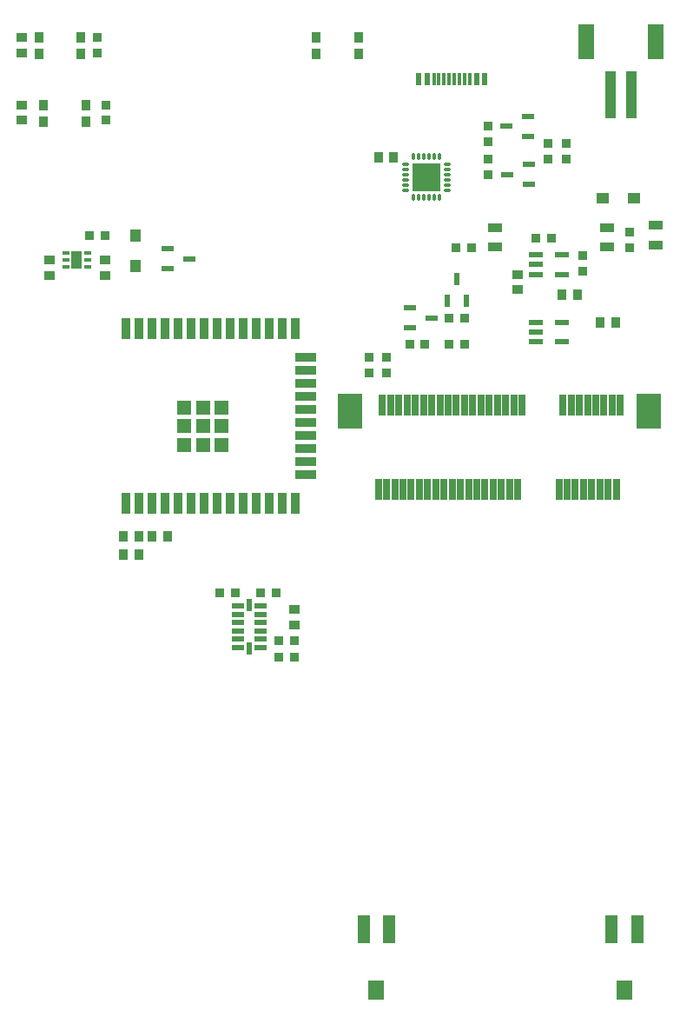
<source format=gtp>
G04 Layer_Color=8421504*
%FSLAX25Y25*%
%MOIN*%
G70*
G01*
G75*
%ADD10R,0.03740X0.03543*%
%ADD11R,0.03543X0.03937*%
%ADD12R,0.03937X0.03347*%
%ADD13R,0.05512X0.03740*%
%ADD14R,0.03543X0.03740*%
%ADD15R,0.04508X0.02165*%
%ADD16R,0.02165X0.04508*%
%ADD17R,0.04921X0.02362*%
%ADD18R,0.04409X0.04882*%
%ADD19R,0.05236X0.05236*%
%ADD20R,0.03543X0.07874*%
%ADD21R,0.07874X0.03543*%
%ADD22R,0.02362X0.04921*%
%ADD23R,0.02362X0.04724*%
%ADD24R,0.01181X0.04724*%
%ADD25O,0.01102X0.03150*%
%ADD26O,0.03150X0.01102*%
%ADD27R,0.10630X0.10630*%
%ADD28R,0.05512X0.02362*%
%ADD29R,0.03347X0.03937*%
%ADD30R,0.04724X0.10630*%
%ADD31R,0.05906X0.07480*%
%ADD32R,0.02559X0.01378*%
%ADD33R,0.04331X0.06693*%
%ADD34R,0.04882X0.04409*%
%ADD35R,0.06299X0.13386*%
%ADD36R,0.03937X0.18110*%
%ADD37R,0.02500X0.08300*%
%ADD38R,0.09600X0.13200*%
D10*
X33900Y379780D02*
D03*
Y385685D02*
D03*
X37300Y354009D02*
D03*
Y359914D02*
D03*
X138300Y257219D02*
D03*
Y263124D02*
D03*
X144900Y257219D02*
D03*
Y263124D02*
D03*
X238250Y311167D02*
D03*
Y305262D02*
D03*
X220250Y302215D02*
D03*
Y296309D02*
D03*
X207035Y345061D02*
D03*
Y339156D02*
D03*
X184035Y339156D02*
D03*
Y333250D02*
D03*
Y345844D02*
D03*
Y351750D02*
D03*
X214035Y339156D02*
D03*
Y345061D02*
D03*
D11*
X13429Y359914D02*
D03*
X29571D02*
D03*
Y353615D02*
D03*
X13429D02*
D03*
X118039Y379386D02*
D03*
X134181D02*
D03*
Y385685D02*
D03*
X118039D02*
D03*
X11614Y379386D02*
D03*
X27756D02*
D03*
Y385685D02*
D03*
X11614D02*
D03*
D12*
X4800Y354009D02*
D03*
Y359914D02*
D03*
X195374Y289069D02*
D03*
Y294974D02*
D03*
X37000Y294512D02*
D03*
Y300417D02*
D03*
X15500Y294512D02*
D03*
Y300417D02*
D03*
X4800Y379780D02*
D03*
Y385685D02*
D03*
X109500Y166417D02*
D03*
Y160512D02*
D03*
D13*
X186512Y305428D02*
D03*
Y312909D02*
D03*
X248439Y306306D02*
D03*
Y313786D02*
D03*
X229561Y312909D02*
D03*
Y305428D02*
D03*
D14*
X171752Y305262D02*
D03*
X177658D02*
D03*
X109453Y154500D02*
D03*
X103547D02*
D03*
X109453Y148200D02*
D03*
X103547D02*
D03*
X169047Y278265D02*
D03*
X174953D02*
D03*
X169047Y268200D02*
D03*
X174953D02*
D03*
X153866D02*
D03*
X159772D02*
D03*
X31094Y309965D02*
D03*
X37000D02*
D03*
X81047Y172900D02*
D03*
X86953D02*
D03*
X102453D02*
D03*
X96547D02*
D03*
X208234Y308715D02*
D03*
X202329D02*
D03*
D15*
X87981Y167674D02*
D03*
Y164524D02*
D03*
Y161375D02*
D03*
Y158225D02*
D03*
Y155076D02*
D03*
Y151926D02*
D03*
X96619D02*
D03*
Y155076D02*
D03*
Y158225D02*
D03*
Y161375D02*
D03*
Y164524D02*
D03*
Y167674D02*
D03*
D16*
X92300Y151540D02*
D03*
Y168060D02*
D03*
D17*
X60866Y304724D02*
D03*
Y297205D02*
D03*
X69134Y300965D02*
D03*
X162134Y278265D02*
D03*
X153866Y274505D02*
D03*
Y282024D02*
D03*
X199669Y329490D02*
D03*
Y337010D02*
D03*
X191402Y333250D02*
D03*
X199169Y347990D02*
D03*
Y355510D02*
D03*
X190902Y351750D02*
D03*
D18*
X48500Y309965D02*
D03*
Y298153D02*
D03*
D19*
X81535Y243815D02*
D03*
X74448D02*
D03*
X67362D02*
D03*
X81535Y236728D02*
D03*
X74448D02*
D03*
X67362D02*
D03*
X81535Y229642D02*
D03*
X74448D02*
D03*
X67362D02*
D03*
D20*
X44921Y274130D02*
D03*
X49921D02*
D03*
X54921D02*
D03*
X59921D02*
D03*
X64921D02*
D03*
X69921D02*
D03*
X74921D02*
D03*
X79921D02*
D03*
X84921D02*
D03*
X89921D02*
D03*
X94921D02*
D03*
X99921D02*
D03*
X104921D02*
D03*
X109921D02*
D03*
Y207201D02*
D03*
X104921D02*
D03*
X99921D02*
D03*
X94921D02*
D03*
X89921D02*
D03*
X84921D02*
D03*
X79921D02*
D03*
X74921D02*
D03*
X69921D02*
D03*
X64921D02*
D03*
X59921D02*
D03*
X54921D02*
D03*
X49921D02*
D03*
X44921D02*
D03*
D21*
X113858Y263165D02*
D03*
Y258165D02*
D03*
Y253165D02*
D03*
Y248165D02*
D03*
Y243165D02*
D03*
Y238165D02*
D03*
Y233165D02*
D03*
Y228165D02*
D03*
Y223165D02*
D03*
Y218165D02*
D03*
D22*
X172000Y293134D02*
D03*
X175760Y284866D02*
D03*
X168240D02*
D03*
D23*
X182629Y369790D02*
D03*
X179480D02*
D03*
X160582D02*
D03*
X157432D02*
D03*
D24*
X176921D02*
D03*
X174952D02*
D03*
X172984D02*
D03*
X171015D02*
D03*
X169047D02*
D03*
X167078D02*
D03*
X165110D02*
D03*
X163141D02*
D03*
D25*
X165221Y340084D02*
D03*
X163253D02*
D03*
X161284D02*
D03*
X159316D02*
D03*
X157347D02*
D03*
X155379D02*
D03*
Y324336D02*
D03*
X157347D02*
D03*
X159316D02*
D03*
X161284D02*
D03*
X163253D02*
D03*
X165190D02*
D03*
D26*
X152427Y337130D02*
D03*
X152427Y335162D02*
D03*
X152427Y333193D02*
D03*
X152427Y331225D02*
D03*
X152427Y329256D02*
D03*
X152427Y327288D02*
D03*
X168175D02*
D03*
X168175Y329256D02*
D03*
X168175Y331225D02*
D03*
X168175Y333193D02*
D03*
X168175Y335162D02*
D03*
X168175Y337130D02*
D03*
D27*
X160252Y332210D02*
D03*
D28*
X202329Y276490D02*
D03*
Y272750D02*
D03*
Y269010D02*
D03*
X212171D02*
D03*
Y276490D02*
D03*
X202329Y302455D02*
D03*
Y298715D02*
D03*
Y294974D02*
D03*
X212171D02*
D03*
Y302455D02*
D03*
D29*
X218203Y287000D02*
D03*
X212297D02*
D03*
X141797Y339750D02*
D03*
X147703D02*
D03*
X232953Y276490D02*
D03*
X227047D02*
D03*
X49921Y187465D02*
D03*
X44015D02*
D03*
X55015Y194465D02*
D03*
X60921D02*
D03*
X49921D02*
D03*
X44015D02*
D03*
D30*
X145977Y43812D02*
D03*
X136135D02*
D03*
X231410D02*
D03*
X241253D02*
D03*
D31*
X141056Y20584D02*
D03*
X236332D02*
D03*
D32*
X30134Y297905D02*
D03*
Y300465D02*
D03*
Y303024D02*
D03*
X21866D02*
D03*
Y300465D02*
D03*
Y297905D02*
D03*
D33*
X26000Y300465D02*
D03*
D34*
X239906Y324250D02*
D03*
X228095D02*
D03*
D35*
X248273Y384156D02*
D03*
X221501D02*
D03*
D36*
X238824Y363683D02*
D03*
X230950D02*
D03*
D37*
X196949Y244755D02*
D03*
X181201D02*
D03*
X168602D02*
D03*
X174902D02*
D03*
X193799D02*
D03*
X187500D02*
D03*
X184350D02*
D03*
X190650D02*
D03*
X171752D02*
D03*
X178051D02*
D03*
X165453D02*
D03*
X233169Y212471D02*
D03*
X230020D02*
D03*
X226870D02*
D03*
X220571D02*
D03*
X214272D02*
D03*
X211122D02*
D03*
X223721D02*
D03*
X217421D02*
D03*
X212697Y244755D02*
D03*
X215846D02*
D03*
X222146D02*
D03*
X231594D02*
D03*
X225295D02*
D03*
X218996D02*
D03*
X234744D02*
D03*
X228445D02*
D03*
X144980Y212471D02*
D03*
X148130D02*
D03*
X157579D02*
D03*
X163878D02*
D03*
X141831D02*
D03*
X160728D02*
D03*
X154429D02*
D03*
X167028D02*
D03*
X151280D02*
D03*
X156004Y244755D02*
D03*
X146555D02*
D03*
X149705D02*
D03*
X162303D02*
D03*
X159154D02*
D03*
X152854D02*
D03*
X143406D02*
D03*
X170177Y212471D02*
D03*
X192224D02*
D03*
X189075D02*
D03*
X185925D02*
D03*
X195374D02*
D03*
X176476D02*
D03*
X173327D02*
D03*
X182776D02*
D03*
X179626D02*
D03*
D38*
X245669Y242392D02*
D03*
X130905D02*
D03*
M02*

</source>
